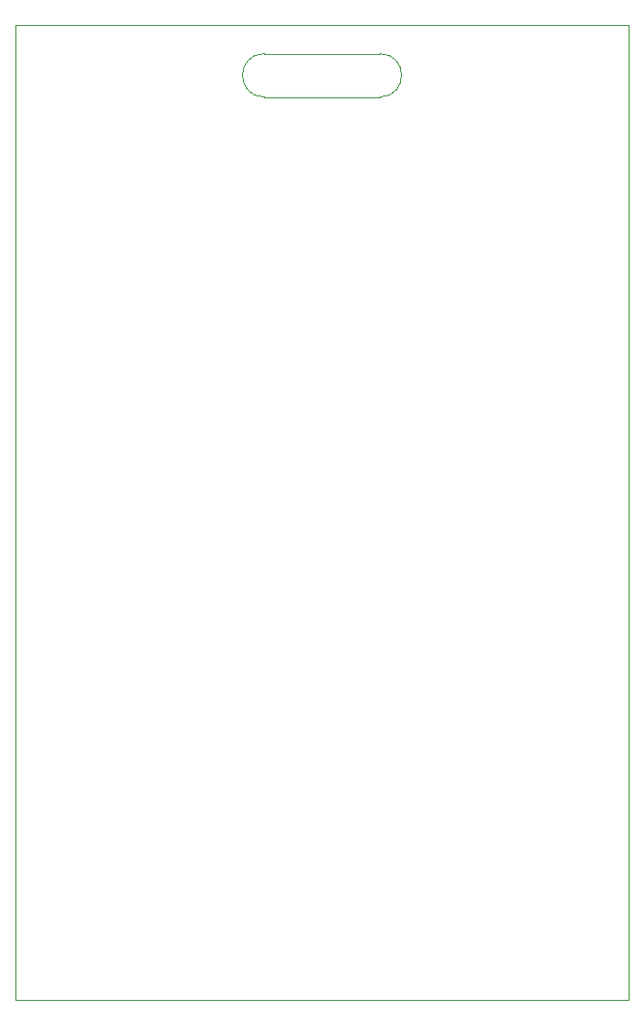
<source format=gbr>
%TF.GenerationSoftware,KiCad,Pcbnew,8.0.3*%
%TF.CreationDate,2024-07-07T15:03:45+03:00*%
%TF.ProjectId,Test,54657374-2e6b-4696-9361-645f70636258,v01*%
%TF.SameCoordinates,Original*%
%TF.FileFunction,Profile,NP*%
%FSLAX46Y46*%
G04 Gerber Fmt 4.6, Leading zero omitted, Abs format (unit mm)*
G04 Created by KiCad (PCBNEW 8.0.3) date 2024-07-07 15:03:45*
%MOMM*%
%LPD*%
G01*
G04 APERTURE LIST*
%TA.AperFunction,Profile*%
%ADD10C,0.025400*%
%TD*%
G04 APERTURE END LIST*
D10*
X148844000Y-47752000D02*
G75*
G02*
X148844000Y-43942000I0J1905000D01*
G01*
X148844000Y-43942000D02*
X159004000Y-43942000D01*
X180848000Y-127000000D02*
X180848000Y-41402000D01*
X148844000Y-47752000D02*
X159004000Y-47752000D01*
X127000000Y-41402000D02*
X127000000Y-127000000D01*
X159004000Y-43942000D02*
G75*
G02*
X159004000Y-47752000I0J-1905000D01*
G01*
X127000000Y-127000000D02*
X180848000Y-127000000D01*
X180848000Y-41402000D02*
X127000000Y-41402000D01*
M02*

</source>
